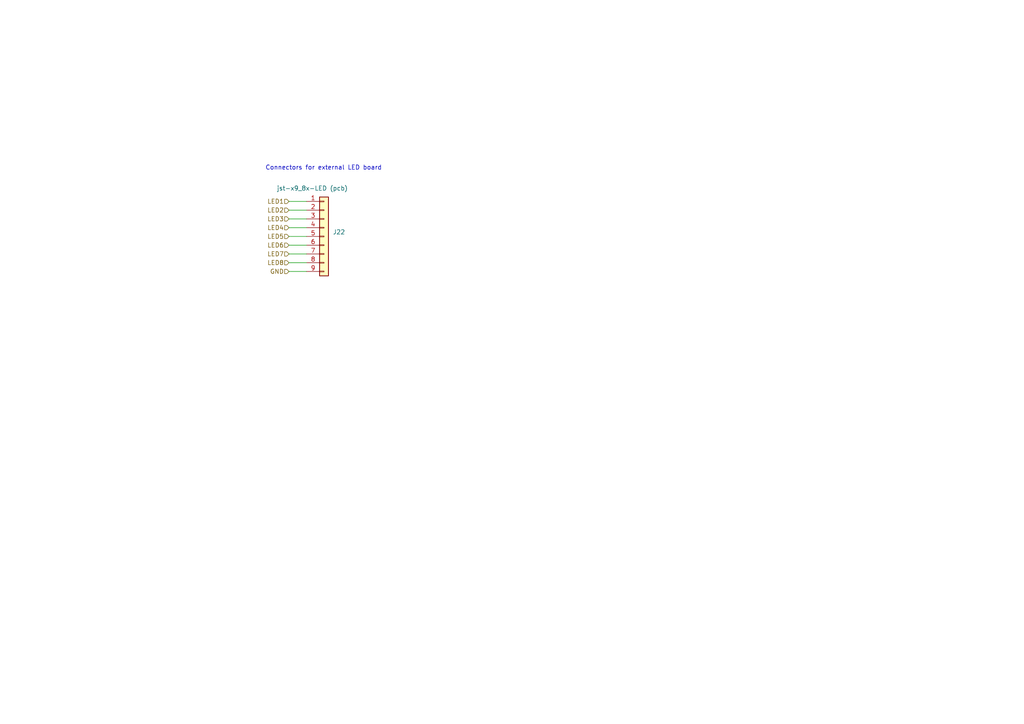
<source format=kicad_sch>
(kicad_sch (version 20231120) (generator "eeschema") (generator_version "8.0")
  (paper "A4")
  (lib_symbols
    (symbol "Connector_Generic:Conn_01x09" (pin_names (offset 1.016) hide)
      (property "Reference" "J" (at 0 12.7 0))
      (property "Value" "Conn_01x09" (at 0 -12.7 0))
      (symbol "Conn_01x09_1_1"
        (rectangle (start -1.27 -10.033) (end 0 -10.287) (stroke (width 0.1524)))
        (rectangle (start -1.27 -7.493) (end 0 -7.747) (stroke (width 0.1524)))
        (rectangle (start -1.27 -4.953) (end 0 -5.207) (stroke (width 0.1524)))
        (rectangle (start -1.27 -2.413) (end 0 -2.667) (stroke (width 0.1524)))
        (rectangle (start -1.27 0.127) (end 0 -0.127) (stroke (width 0.1524)))
        (rectangle (start -1.27 2.667) (end 0 2.413) (stroke (width 0.1524)))
        (rectangle (start -1.27 5.207) (end 0 4.953) (stroke (width 0.1524)))
        (rectangle (start -1.27 7.747) (end 0 7.493) (stroke (width 0.1524)))
        (rectangle (start -1.27 10.287) (end 0 10.033) (stroke (width 0.1524)))
        (rectangle (start -1.27 11.43) (end 1.27 -11.43) (stroke (width 0.254)) (fill (type background)))
        (pin passive line (at -5.08 10.16 0) (length 3.81) (name "Pin_1") (number "1"))
        (pin passive line (at -5.08 7.62 0) (length 3.81) (name "Pin_2") (number "2"))
        (pin passive line (at -5.08 5.08 0) (length 3.81) (name "Pin_3") (number "3"))
        (pin passive line (at -5.08 2.54 0) (length 3.81) (name "Pin_4") (number "4"))
        (pin passive line (at -5.08 0 0) (length 3.81) (name "Pin_5") (number "5"))
        (pin passive line (at -5.08 -2.54 0) (length 3.81) (name "Pin_6") (number "6"))
        (pin passive line (at -5.08 -5.08 0) (length 3.81) (name "Pin_7") (number "7"))
        (pin passive line (at -5.08 -7.62 0) (length 3.81) (name "Pin_8") (number "8"))
        (pin passive line (at -5.08 -10.16 0) (length 3.81) (name "Pin_9") (number "9"))
      )
    )
  )
  (wire (pts (xy 83.82 66.04) (xy 88.9 66.04)))
  (wire (pts (xy 83.82 63.5) (xy 88.9 63.5)))
  (wire (pts (xy 83.82 73.66) (xy 88.9 73.66)))
  (wire (pts (xy 83.82 76.2) (xy 88.9 76.2)))
  (wire (pts (xy 83.82 68.58) (xy 88.9 68.58)))
  (wire (pts (xy 83.82 78.74) (xy 88.9 78.74)))
  (wire (pts (xy 83.82 60.96) (xy 88.9 60.96)))
  (wire (pts (xy 83.82 58.42) (xy 88.9 58.42)))
  (wire (pts (xy 83.82 71.12) (xy 88.9 71.12)))
  (text "Connectors for external LED board" (at 76.962 48.768 0) (effects (font (size 1.27 1.27)) (justify left)))
  (hierarchical_label "LED8" (shape input) (at 83.82 76.2 180))
  (hierarchical_label "LED4" (shape input) (at 83.82 66.04 180))
  (hierarchical_label "GND" (shape input) (at 83.82 78.74 180))
  (hierarchical_label "LED5" (shape input) (at 83.82 68.58 180))
  (hierarchical_label "LED6" (shape input) (at 83.82 71.12 180))
  (hierarchical_label "LED2" (shape input) (at 83.82 60.96 180))
  (hierarchical_label "LED7" (shape input) (at 83.82 73.66 180))
  (hierarchical_label "LED3" (shape input) (at 83.82 63.5 180))
  (hierarchical_label "LED1" (shape input) (at 83.82 58.42 180))
  (symbol (lib_id "Connector_Generic:Conn_01x09") (at 93.98 68.58 0) (unit 1)
    (property "Reference" "J22" (at 96.52 67.3099 0) (effects (justify left)))
    (property "Value" "jst-x9_8x-LED (pcb)" (at 80.264 54.61 0) (effects (justify left)))
    (property "Footprint" "Connector_JST:JST_XH_B9B-XH-A_1x09_P2.50mm_Vertical" (effects (hide yes)))
    (property "Datasheet" "https://www.ebay.de/itm/183466543983" (effects (hide yes)))
    (property "Description" "Generic connector, single row, 01x09, script generated (kicad-library-utils/schlib/autogen/connector/)" (effects (hide yes)))
  )
)
</source>
